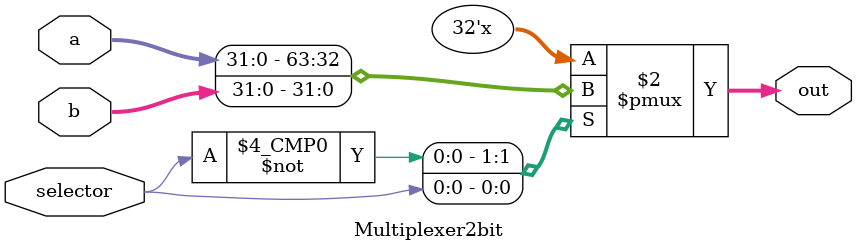
<source format=v>
module Multiplexer2bit(a,b,selector,out);
   parameter bitwidth = 32;

   input[bitwidth-1:0] a;
   input[bitwidth-1:0] b;
   input selector;

   output[bitwidth-1:0] out;
   reg[bitwidth-1:0] out;


   always @ (a,b,selector,out)
     begin
        case (selector)
          1'b0 : out = a;
          1'b1 : out = b;
          default: out = {bitwidth{1'b0}};
        endcase //case (selector)
     end //always @ (a,b,selector,out):
endmodule

</source>
